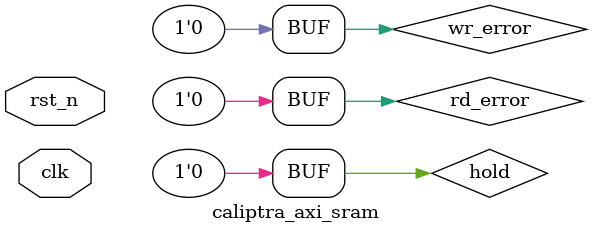
<source format=sv>


module caliptra_axi_sram #(
    parameter AW = 32,
    parameter DW = 64,
              BC = DW/8,       // Byte Count
              BW = $clog2(BC), // Byte count Width
    parameter UW = 32,         // User Width
    parameter IW = 1,          // ID Width
              ID_NUM = 1 << IW, // Don't override

    parameter EX_EN = 0    // Enable exclusive access tracking w/ AxLOCK
)
(
    input clk,
    input rst_n,

    // AXI INF
    axi_if.w_sub s_axi_w_if,
    axi_if.r_sub s_axi_r_if
);

//COMPONENT INF
logic          dv;
logic [AW-1:0] addr; // Byte address
logic          write;
logic [DW-1:0] wdata; // Requires: Component dwidth == AXI dwidth
logic [DW-1:0] rdata; // Requires: Component dwidth == AXI dwidth
logic          hold;
logic          rd_error;
logic          wr_error;


axi_sub #(
    .AW   (AW   ),
    .DW   (DW   ),
    .UW   (UW   ),
    .IW   (IW   ),
    .EX_EN(EX_EN),
    .C_LAT(1    )
) i_axi_sub (
    .clk  (clk     ),
    .rst_n(rst_n   ),

    // AXI INF
    .s_axi_w_if(s_axi_w_if),
    .s_axi_r_if(s_axi_r_if),

    //COMPONENT INF
    .dv      (dv      ),
    .addr    (addr    ), // Byte address
    .write   (write   ),
    .user    (        ),
    .id      (        ),
    .wdata   (wdata   ),
    .wstrb   (        ),
    .rdata   (rdata   ),
    .last    (        ),
    .hld     (hold    ),
    .rd_err  (rd_error),
    .wr_err  (wr_error)
);

assign hold = 1'b0;
assign rd_error = 1'b0;
assign wr_error = 1'b0;

caliptra_sram #(
    .DEPTH     (1 << (AW - BW)), // Depth in WORDS
    .DATA_WIDTH(DW),
    .ADDR_WIDTH(AW)
) i_sram (
    .clk_i   (clk   ),

    .cs_i    (dv   ),
    .we_i    (write),
    .addr_i  (addr ),
    .wdata_i (wdata),
    .rdata_o (rdata)
);

endmodule

</source>
